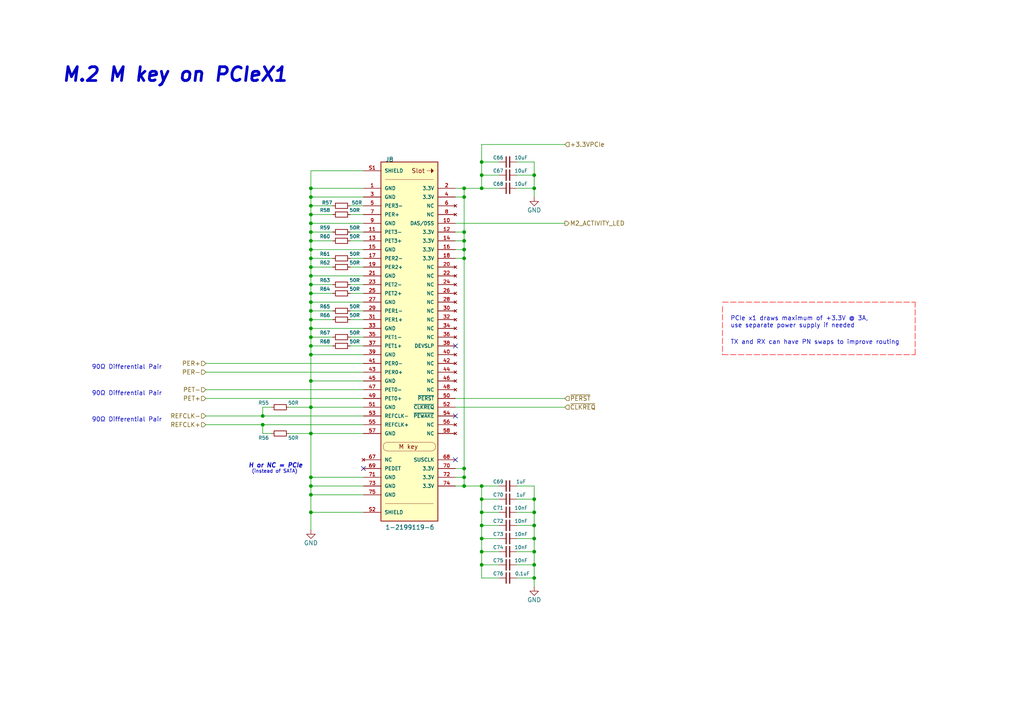
<source format=kicad_sch>
(kicad_sch (version 20211123) (generator eeschema)
  (paper "A4")
  (title_block (title "M.2 M key on PCIeX1") (date "2021-11-20") (rev "4") (company "Copyright © 2022 Christian Kuhtz") (comment 2 "CERN-OHL-W v2 or later"))
  (lib_symbols
    (symbol "Connector_M.2_TE:1-2199119-6" (pin_names (offset 1.016))
      (property "Reference" "J" (at -8.255 52.705 0))
      (property "Value" "1-2199119-6" (at -8.255 -54.61 0))
      (symbol "1-2199119-6_0_0"
        (rectangle (start -8.89 52.07) (end 7.62 -52.07) (stroke (width 0.254)) (fill (type background)))
        (text "M key" (at 1.905 -30.48 0) (effects (font (size 1.27 1.27)) (justify right)))
        (text "Slot" (at 1.905 49.53 0) (effects (font (size 1.27 1.27))))
        (pin power_in line (at -13.97 44.45 0) (length 5.08) (name "GND") (number "1"))
        (pin passive line (at 12.7 34.29 180) (length 5.08) (name "DAS/DSS") (number "10"))
        (pin passive line (at -13.97 31.75 0) (length 5.08) (name "PET3-") (number "11"))
        (pin power_in line (at 12.7 31.75 180) (length 5.08) (name "3.3V") (number "12"))
        (pin passive line (at -13.97 29.21 0) (length 5.08) (name "PET3+") (number "13"))
        (pin power_in line (at 12.7 29.21 180) (length 5.08) (name "3.3V") (number "14"))
        (pin power_in line (at -13.97 26.67 0) (length 5.08) (name "GND") (number "15"))
        (pin power_in line (at 12.7 26.67 180) (length 5.08) (name "3.3V") (number "16"))
        (pin passive line (at -13.97 24.13 0) (length 5.08) (name "PER2-") (number "17"))
        (pin power_in line (at 12.7 24.13 180) (length 5.08) (name "3.3V") (number "18"))
        (pin passive line (at -13.97 21.59 0) (length 5.08) (name "PER2+") (number "19"))
        (pin power_in line (at 12.7 44.45 180) (length 5.08) (name "3.3V") (number "2"))
        (pin no_connect line (at 12.7 21.59 180) (length 5.08) (name "NC") (number "20"))
        (pin power_in line (at -13.97 19.05 0) (length 5.08) (name "GND") (number "21"))
        (pin no_connect line (at 12.7 19.05 180) (length 5.08) (name "NC") (number "22"))
        (pin passive line (at -13.97 16.51 0) (length 5.08) (name "PET2-") (number "23"))
        (pin no_connect line (at 12.7 16.51 180) (length 5.08) (name "NC") (number "24"))
        (pin passive line (at -13.97 13.97 0) (length 5.08) (name "PET2+") (number "25"))
        (pin no_connect line (at 12.7 13.97 180) (length 5.08) (name "NC") (number "26"))
        (pin power_in line (at -13.97 11.43 0) (length 5.08) (name "GND") (number "27"))
        (pin no_connect line (at 12.7 11.43 180) (length 5.08) (name "NC") (number "28"))
        (pin passive line (at -13.97 8.89 0) (length 5.08) (name "PER1-") (number "29"))
        (pin power_in line (at -13.97 41.91 0) (length 5.08) (name "GND") (number "3"))
        (pin no_connect line (at 12.7 8.89 180) (length 5.08) (name "NC") (number "30"))
        (pin passive line (at -13.97 6.35 0) (length 5.08) (name "PER1+") (number "31"))
        (pin no_connect line (at 12.7 6.35 180) (length 5.08) (name "NC") (number "32"))
        (pin power_in line (at -13.97 3.81 0) (length 5.08) (name "GND") (number "33"))
        (pin no_connect line (at 12.7 3.81 180) (length 5.08) (name "NC") (number "34"))
        (pin passive line (at -13.97 1.27 0) (length 5.08) (name "PET1-") (number "35"))
        (pin no_connect line (at 12.7 1.27 180) (length 5.08) (name "NC") (number "36"))
        (pin passive line (at -13.97 -1.27 0) (length 5.08) (name "PET1+") (number "37"))
        (pin passive line (at 12.7 -1.27 180) (length 5.08) (name "DEVSLP") (number "38"))
        (pin power_in line (at -13.97 -3.81 0) (length 5.08) (name "GND") (number "39"))
        (pin power_in line (at 12.7 41.91 180) (length 5.08) (name "3.3V") (number "4"))
        (pin no_connect line (at 12.7 -3.81 180) (length 5.08) (name "NC") (number "40"))
        (pin passive line (at -13.97 -6.35 0) (length 5.08) (name "PER0-") (number "41"))
        (pin no_connect line (at 12.7 -6.35 180) (length 5.08) (name "NC") (number "42"))
        (pin passive line (at -13.97 -8.89 0) (length 5.08) (name "PER0+") (number "43"))
        (pin no_connect line (at 12.7 -8.89 180) (length 5.08) (name "NC") (number "44"))
        (pin power_in line (at -13.97 -11.43 0) (length 5.08) (name "GND") (number "45"))
        (pin no_connect line (at 12.7 -11.43 180) (length 5.08) (name "NC") (number "46"))
        (pin passive line (at -13.97 -13.97 0) (length 5.08) (name "PET0-") (number "47"))
        (pin no_connect line (at 12.7 -13.97 180) (length 5.08) (name "NC") (number "48"))
        (pin passive line (at -13.97 -16.51 0) (length 5.08) (name "PET0+") (number "49"))
        (pin passive line (at -13.97 39.37 0) (length 5.08) (name "PER3-") (number "5"))
        (pin passive line (at 12.7 -16.51 180) (length 5.08) (name "~{PERST}") (number "50"))
        (pin power_in line (at -13.97 -19.05 0) (length 5.08) (name "GND") (number "51"))
        (pin passive line (at 12.7 -19.05 180) (length 5.08) (name "~{CLKREQ}") (number "52"))
        (pin passive line (at -13.97 -21.59 0) (length 5.08) (name "REFCLK-") (number "53"))
        (pin passive line (at 12.7 -21.59 180) (length 5.08) (name "~{PEWAKE}") (number "54"))
        (pin passive line (at -13.97 -24.13 0) (length 5.08) (name "REFCLK+") (number "55"))
        (pin no_connect line (at 12.7 -24.13 180) (length 5.08) (name "NC") (number "56"))
        (pin power_in line (at -13.97 -26.67 0) (length 5.08) (name "GND") (number "57"))
        (pin no_connect line (at 12.7 -26.67 180) (length 5.08) (name "NC") (number "58"))
        (pin no_connect line (at 12.7 39.37 180) (length 5.08) (name "NC") (number "6"))
        (pin no_connect line (at -13.97 -34.29 0) (length 5.08) (name "NC") (number "67"))
        (pin passive line (at 12.7 -34.29 180) (length 5.08) (name "SUSCLK") (number "68"))
        (pin passive line (at -13.97 -36.83 0) (length 5.08) (name "PEDET") (number "69"))
        (pin passive line (at -13.97 36.83 0) (length 5.08) (name "PER+") (number "7"))
        (pin power_in line (at 12.7 -36.83 180) (length 5.08) (name "3.3V") (number "70"))
        (pin power_in line (at -13.97 -39.37 0) (length 5.08) (name "GND") (number "71"))
        (pin power_in line (at 12.7 -39.37 180) (length 5.08) (name "3.3V") (number "72"))
        (pin power_in line (at -13.97 -41.91 0) (length 5.08) (name "GND") (number "73"))
        (pin power_in line (at 12.7 -41.91 180) (length 5.08) (name "3.3V") (number "74"))
        (pin power_in line (at -13.97 -44.45 0) (length 5.08) (name "GND") (number "75"))
        (pin no_connect line (at 12.7 36.83 180) (length 5.08) (name "NC") (number "8"))
        (pin power_in line (at -13.97 34.29 0) (length 5.08) (name "GND") (number "9"))
        (pin power_in line (at -13.97 49.53 0) (length 5.08) (name "SHIELD") (number "S1"))
        (pin power_in line (at -13.97 -49.53 0) (length 5.08) (name "SHIELD") (number "S2"))
      )
      (symbol "1-2199119-6_0_1"
        (arc (start -8.255 -30.48) (mid -7.8825 -31.3775) (end -6.985 -31.75) (stroke (width 0.0006)))
        (arc (start -6.985 -29.21) (mid -7.882 -29.583) (end -8.255 -30.48) (stroke (width 0.0006)))
        (polyline (pts (xy -7.62 -46.99) (xy 6.35 -46.99)) (stroke (width 0.0006)))
        (polyline (pts (xy -7.62 46.99) (xy 6.35 46.99)) (stroke (width 0.0006)))
        (polyline (pts (xy 4.445 49.53) (xy 5.715 49.53)) (stroke (width 0.1)))
        (polyline (pts (xy 5.715 -31.75) (xy -6.985 -31.75)) (stroke (width 0.0006)))
        (polyline (pts (xy 5.715 -29.21) (xy -6.985 -29.21)) (stroke (width 0.0006)))
        (polyline (pts (xy 6.35 49.53) (xy 5.715 50.165) (xy 5.715 48.895) (xy 6.35 49.53)) (stroke (width 0.1)) (fill (type outline)))
        (arc (start 5.7154 -31.7504) (mid 6.6133 -31.3783) (end 6.9854 -30.4804) (stroke (width 0.0006)))
        (arc (start 6.9853 -30.4797) (mid 6.6132 -29.5818) (end 5.7153 -29.2097) (stroke (width 0.0006)))
      )
    )
    (symbol "Device:C_Small" (pin_numbers hide) (pin_names (offset 0.254) hide)
      (property "Reference" "C" (at 0.254 1.778 0))
      (property "Value" "C_Small" (at 0.254 -2.032 0))
      (symbol "C_Small_0_1"
        (polyline (pts (xy -1.524 -0.508) (xy 1.524 -0.508)) (stroke (width 0.3302)))
        (polyline (pts (xy -1.524 0.508) (xy 1.524 0.508)) (stroke (width 0.3048)))
      )
      (symbol "C_Small_1_1"
        (pin passive line (at 0 2.54 270) (length 2.032) (name "~") (number "1"))
        (pin passive line (at 0 -2.54 90) (length 2.032) (name "~") (number "2"))
      )
    )
    (symbol "Device:R_Small" (pin_numbers hide) (pin_names (offset 0.254) hide)
      (property "Reference" "R" (at 0.762 0.508 0))
      (property "Value" "R_Small" (at 0.762 -1.016 0))
      (symbol "R_Small_0_1"
        (rectangle (start -0.762 1.778) (end 0.762 -1.778) (stroke (width 0.2032)))
      )
      (symbol "R_Small_1_1"
        (pin passive line (at 0 2.54 270) (length 0.762) (name "~") (number "1"))
        (pin passive line (at 0 -2.54 90) (length 0.762) (name "~") (number "2"))
      )
    )
    (symbol "power:GND" (power) (pin_names (offset 0))
      (property "Value" "GND" (at 0 -3.81 0))
      (symbol "GND_0_1"
        (polyline (pts (xy 0 0) (xy 0 -1.27) (xy 1.27 -1.27) (xy 0 -2.54) (xy -1.27 -1.27) (xy 0 -1.27)))
      )
      (symbol "GND_1_1"
        (pin power_in line (at 0 0 270) (length 0) hide (name "GND") (number "1"))
      )
    )
  )
  (junction (at 139.7 144.78) (diameter 0.9144))
  (junction (at 139.7 140.97) (diameter 0.9144))
  (junction (at 90.17 69.85) (diameter 0.9144))
  (junction (at 90.17 148.59) (diameter 0.9144))
  (junction (at 154.94 156.21) (diameter 0.9144))
  (junction (at 154.94 163.83) (diameter 0.9144))
  (junction (at 90.17 54.61) (diameter 0.9144))
  (junction (at 90.17 143.51) (diameter 0.9144))
  (junction (at 90.17 82.55) (diameter 0.9144))
  (junction (at 139.7 50.8) (diameter 0.9144))
  (junction (at 90.17 100.33) (diameter 0.9144))
  (junction (at 139.7 46.99) (diameter 0.9144))
  (junction (at 90.17 95.25) (diameter 0.9144))
  (junction (at 90.17 67.31) (diameter 0.9144))
  (junction (at 154.94 144.78) (diameter 0.9144))
  (junction (at 90.17 62.23) (diameter 0.9144))
  (junction (at 139.7 156.21) (diameter 0.9144))
  (junction (at 139.7 160.02) (diameter 0.9144))
  (junction (at 139.7 152.4) (diameter 0.9144))
  (junction (at 134.62 69.85) (diameter 0.9144))
  (junction (at 134.62 74.93) (diameter 0.9144))
  (junction (at 134.62 138.43) (diameter 0.9144))
  (junction (at 154.94 167.64) (diameter 0.9144))
  (junction (at 90.17 90.17) (diameter 0.9144))
  (junction (at 90.17 102.87) (diameter 0.9144))
  (junction (at 90.17 80.01) (diameter 0.9144))
  (junction (at 90.17 85.09) (diameter 0.9144))
  (junction (at 90.17 125.73) (diameter 0.9144))
  (junction (at 154.94 54.61) (diameter 0.9144))
  (junction (at 134.62 67.31) (diameter 0.9144))
  (junction (at 90.17 74.93) (diameter 0.9144))
  (junction (at 90.17 138.43) (diameter 0.9144))
  (junction (at 134.62 135.89) (diameter 0.9144))
  (junction (at 90.17 110.49) (diameter 0.9144))
  (junction (at 139.7 54.61) (diameter 0.9144))
  (junction (at 154.94 152.4) (diameter 0.9144))
  (junction (at 90.17 140.97) (diameter 0.9144))
  (junction (at 76.2 123.19) (diameter 0.9144))
  (junction (at 90.17 97.79) (diameter 0.9144))
  (junction (at 139.7 163.83) (diameter 0.9144))
  (junction (at 154.94 160.02) (diameter 0.9144))
  (junction (at 134.62 57.15) (diameter 0.9144))
  (junction (at 134.62 140.97) (diameter 0.9144))
  (junction (at 90.17 87.63) (diameter 0.9144))
  (junction (at 154.94 50.8) (diameter 0.9144))
  (junction (at 90.17 64.77) (diameter 0.9144))
  (junction (at 134.62 72.39) (diameter 0.9144))
  (junction (at 154.94 148.59) (diameter 0.9144))
  (junction (at 90.17 77.47) (diameter 0.9144))
  (junction (at 139.7 148.59) (diameter 0.9144))
  (junction (at 90.17 118.11) (diameter 0.9144))
  (junction (at 90.17 57.15) (diameter 0.9144))
  (junction (at 90.17 72.39) (diameter 0.9144))
  (junction (at 134.62 54.61) (diameter 0.9144))
  (junction (at 76.2 120.65) (diameter 0.9144))
  (junction (at 90.17 92.71) (diameter 0.9144))
  (junction (at 90.17 59.69) (diameter 0.9144))
  (no_connect (at 132.08 120.65))
  (no_connect (at 105.41 135.89))
  (no_connect (at 132.08 133.35))
  (no_connect (at 132.08 100.33))
  (wire (pts (xy 90.17 59.69) (xy 96.52 59.69)))
  (wire (pts (xy 90.17 138.43) (xy 105.41 138.43)))
  (wire (pts (xy 90.17 57.15) (xy 105.41 57.15)))
  (wire (pts (xy 134.62 135.89) (xy 134.62 138.43)))
  (wire (pts (xy 149.86 140.97) (xy 154.94 140.97)))
  (wire (pts (xy 59.69 105.41) (xy 105.41 105.41)))
  (wire (pts (xy 101.6 97.79) (xy 105.41 97.79)))
  (wire (pts (xy 90.17 97.79) (xy 96.52 97.79)))
  (wire (pts (xy 134.62 54.61) (xy 134.62 57.15)))
  (wire (pts (xy 101.6 77.47) (xy 105.41 77.47)))
  (wire (pts (xy 90.17 118.11) (xy 105.41 118.11)))
  (wire (pts (xy 90.17 77.47) (xy 96.52 77.47)))
  (wire (pts (xy 149.86 144.78) (xy 154.94 144.78)))
  (wire (pts (xy 134.62 72.39) (xy 134.62 74.93)))
  (wire (pts (xy 101.6 100.33) (xy 105.41 100.33)))
  (wire (pts (xy 144.78 148.59) (xy 139.7 148.59)))
  (wire (pts (xy 139.7 156.21) (xy 139.7 160.02)))
  (wire (pts (xy 144.78 140.97) (xy 139.7 140.97)))
  (wire (pts (xy 90.17 77.47) (xy 90.17 80.01)))
  (wire (pts (xy 101.6 82.55) (xy 105.41 82.55)))
  (wire (pts (xy 134.62 67.31) (xy 134.62 69.85)))
  (wire (pts (xy 90.17 67.31) (xy 96.52 67.31)))
  (wire (pts (xy 132.08 57.15) (xy 134.62 57.15)))
  (wire (pts (xy 132.08 74.93) (xy 134.62 74.93)))
  (wire (pts (xy 144.78 163.83) (xy 139.7 163.83)))
  (wire (pts (xy 90.17 87.63) (xy 105.41 87.63)))
  (wire (pts (xy 90.17 69.85) (xy 90.17 72.39)))
  (wire (pts (xy 90.17 80.01) (xy 90.17 82.55)))
  (wire (pts (xy 144.78 160.02) (xy 139.7 160.02)))
  (wire (pts (xy 139.7 41.91) (xy 163.83 41.91)))
  (wire (pts (xy 90.17 49.53) (xy 90.17 54.61)))
  (wire (pts (xy 154.94 167.64) (xy 154.94 170.18)))
  (wire (pts (xy 90.17 102.87) (xy 105.41 102.87)))
  (wire (pts (xy 154.94 160.02) (xy 154.94 163.83)))
  (polyline (pts (xy 209.55 88.9) (xy 209.55 102.87)) (stroke (width 0.1524) (type dash) (color 255 0 0 1)))
  (wire (pts (xy 139.7 160.02) (xy 139.7 163.83)))
  (wire (pts (xy 90.17 143.51) (xy 90.17 148.59)))
  (wire (pts (xy 139.7 144.78) (xy 139.7 148.59)))
  (wire (pts (xy 132.08 115.57) (xy 163.83 115.57)))
  (wire (pts (xy 90.17 92.71) (xy 90.17 90.17)))
  (wire (pts (xy 90.17 125.73) (xy 90.17 138.43)))
  (wire (pts (xy 154.94 156.21) (xy 154.94 160.02)))
  (wire (pts (xy 144.78 156.21) (xy 139.7 156.21)))
  (wire (pts (xy 154.94 152.4) (xy 154.94 156.21)))
  (wire (pts (xy 101.6 90.17) (xy 105.41 90.17)))
  (wire (pts (xy 144.78 54.61) (xy 139.7 54.61)))
  (wire (pts (xy 90.17 80.01) (xy 105.41 80.01)))
  (wire (pts (xy 101.6 59.69) (xy 105.41 59.69)))
  (wire (pts (xy 90.17 148.59) (xy 90.17 153.67)))
  (wire (pts (xy 90.17 82.55) (xy 96.52 82.55)))
  (wire (pts (xy 59.69 107.95) (xy 105.41 107.95)))
  (wire (pts (xy 90.17 140.97) (xy 90.17 143.51)))
  (wire (pts (xy 90.17 140.97) (xy 90.17 138.43)))
  (wire (pts (xy 154.94 50.8) (xy 154.94 54.61)))
  (wire (pts (xy 132.08 69.85) (xy 134.62 69.85)))
  (wire (pts (xy 90.17 92.71) (xy 96.52 92.71)))
  (wire (pts (xy 134.62 57.15) (xy 134.62 67.31)))
  (polyline (pts (xy 265.43 102.87) (xy 265.43 87.63)) (stroke (width 0.1524) (type dash) (color 255 0 0 1)))
  (wire (pts (xy 90.17 90.17) (xy 96.52 90.17)))
  (wire (pts (xy 78.74 118.11) (xy 76.2 118.11)))
  (wire (pts (xy 132.08 54.61) (xy 134.62 54.61)))
  (wire (pts (xy 132.08 138.43) (xy 134.62 138.43)))
  (wire (pts (xy 149.86 160.02) (xy 154.94 160.02)))
  (wire (pts (xy 139.7 140.97) (xy 139.7 144.78)))
  (wire (pts (xy 90.17 64.77) (xy 105.41 64.77)))
  (wire (pts (xy 59.69 113.03) (xy 105.41 113.03)))
  (wire (pts (xy 154.94 54.61) (xy 154.94 57.15)))
  (wire (pts (xy 90.17 54.61) (xy 105.41 54.61)))
  (wire (pts (xy 101.6 74.93) (xy 105.41 74.93)))
  (wire (pts (xy 139.7 54.61) (xy 139.7 50.8)))
  (wire (pts (xy 76.2 123.19) (xy 105.41 123.19)))
  (wire (pts (xy 132.08 140.97) (xy 134.62 140.97)))
  (wire (pts (xy 144.78 167.64) (xy 139.7 167.64)))
  (wire (pts (xy 90.17 62.23) (xy 96.52 62.23)))
  (wire (pts (xy 90.17 57.15) (xy 90.17 59.69)))
  (wire (pts (xy 90.17 110.49) (xy 105.41 110.49)))
  (wire (pts (xy 76.2 125.73) (xy 76.2 123.19)))
  (wire (pts (xy 134.62 138.43) (xy 134.62 140.97)))
  (wire (pts (xy 149.86 163.83) (xy 154.94 163.83)))
  (wire (pts (xy 90.17 69.85) (xy 96.52 69.85)))
  (wire (pts (xy 90.17 148.59) (xy 105.41 148.59)))
  (wire (pts (xy 139.7 163.83) (xy 139.7 167.64)))
  (wire (pts (xy 90.17 49.53) (xy 105.41 49.53)))
  (wire (pts (xy 90.17 102.87) (xy 90.17 100.33)))
  (wire (pts (xy 90.17 87.63) (xy 90.17 85.09)))
  (wire (pts (xy 90.17 74.93) (xy 90.17 77.47)))
  (wire (pts (xy 90.17 59.69) (xy 90.17 62.23)))
  (wire (pts (xy 90.17 74.93) (xy 96.52 74.93)))
  (wire (pts (xy 132.08 64.77) (xy 163.83 64.77)))
  (wire (pts (xy 149.86 54.61) (xy 154.94 54.61)))
  (wire (pts (xy 83.82 118.11) (xy 90.17 118.11)))
  (polyline (pts (xy 209.55 87.63) (xy 265.43 87.63)) (stroke (width 0.1524) (type dash) (color 255 0 0 1)))
  (wire (pts (xy 76.2 118.11) (xy 76.2 120.65)))
  (wire (pts (xy 90.17 95.25) (xy 90.17 92.71)))
  (wire (pts (xy 90.17 95.25) (xy 105.41 95.25)))
  (wire (pts (xy 154.94 140.97) (xy 154.94 144.78)))
  (wire (pts (xy 144.78 50.8) (xy 139.7 50.8)))
  (wire (pts (xy 90.17 100.33) (xy 90.17 97.79)))
  (wire (pts (xy 90.17 100.33) (xy 96.52 100.33)))
  (wire (pts (xy 90.17 62.23) (xy 90.17 64.77)))
  (wire (pts (xy 90.17 140.97) (xy 105.41 140.97)))
  (wire (pts (xy 154.94 46.99) (xy 154.94 50.8)))
  (wire (pts (xy 101.6 69.85) (xy 105.41 69.85)))
  (wire (pts (xy 76.2 120.65) (xy 105.41 120.65)))
  (wire (pts (xy 154.94 144.78) (xy 154.94 148.59)))
  (wire (pts (xy 90.17 118.11) (xy 90.17 125.73)))
  (wire (pts (xy 154.94 163.83) (xy 154.94 167.64)))
  (wire (pts (xy 90.17 64.77) (xy 90.17 67.31)))
  (wire (pts (xy 90.17 54.61) (xy 90.17 57.15)))
  (wire (pts (xy 101.6 62.23) (xy 105.41 62.23)))
  (wire (pts (xy 139.7 152.4) (xy 139.7 156.21)))
  (wire (pts (xy 90.17 125.73) (xy 105.41 125.73)))
  (wire (pts (xy 132.08 118.11) (xy 163.83 118.11)))
  (wire (pts (xy 134.62 74.93) (xy 134.62 135.89)))
  (wire (pts (xy 90.17 72.39) (xy 90.17 74.93)))
  (wire (pts (xy 78.74 125.73) (xy 76.2 125.73)))
  (wire (pts (xy 134.62 54.61) (xy 139.7 54.61)))
  (wire (pts (xy 139.7 50.8) (xy 139.7 46.99)))
  (wire (pts (xy 132.08 72.39) (xy 134.62 72.39)))
  (wire (pts (xy 83.82 125.73) (xy 90.17 125.73)))
  (wire (pts (xy 144.78 144.78) (xy 139.7 144.78)))
  (polyline (pts (xy 209.55 102.87) (xy 265.43 102.87)) (stroke (width 0.1524) (type dash) (color 255 0 0 1)))
  (wire (pts (xy 101.6 85.09) (xy 105.41 85.09)))
  (wire (pts (xy 149.86 148.59) (xy 154.94 148.59)))
  (wire (pts (xy 144.78 152.4) (xy 139.7 152.4)))
  (wire (pts (xy 149.86 156.21) (xy 154.94 156.21)))
  (wire (pts (xy 59.69 123.19) (xy 76.2 123.19)))
  (wire (pts (xy 132.08 67.31) (xy 134.62 67.31)))
  (wire (pts (xy 90.17 90.17) (xy 90.17 87.63)))
  (wire (pts (xy 149.86 50.8) (xy 154.94 50.8)))
  (wire (pts (xy 149.86 152.4) (xy 154.94 152.4)))
  (wire (pts (xy 90.17 102.87) (xy 90.17 110.49)))
  (wire (pts (xy 134.62 69.85) (xy 134.62 72.39)))
  (wire (pts (xy 90.17 110.49) (xy 90.17 118.11)))
  (wire (pts (xy 144.78 46.99) (xy 139.7 46.99)))
  (wire (pts (xy 90.17 72.39) (xy 105.41 72.39)))
  (wire (pts (xy 101.6 67.31) (xy 105.41 67.31)))
  (wire (pts (xy 149.86 167.64) (xy 154.94 167.64)))
  (wire (pts (xy 90.17 97.79) (xy 90.17 95.25)))
  (wire (pts (xy 101.6 92.71) (xy 105.41 92.71)))
  (wire (pts (xy 139.7 148.59) (xy 139.7 152.4)))
  (wire (pts (xy 149.86 46.99) (xy 154.94 46.99)))
  (wire (pts (xy 59.69 120.65) (xy 76.2 120.65)))
  (wire (pts (xy 139.7 41.91) (xy 139.7 46.99)))
  (wire (pts (xy 59.69 115.57) (xy 105.41 115.57)))
  (wire (pts (xy 132.08 135.89) (xy 134.62 135.89)))
  (wire (pts (xy 90.17 67.31) (xy 90.17 69.85)))
  (wire (pts (xy 134.62 140.97) (xy 139.7 140.97)))
  (wire (pts (xy 90.17 85.09) (xy 90.17 82.55)))
  (wire (pts (xy 90.17 143.51) (xy 105.41 143.51)))
  (wire (pts (xy 90.17 85.09) (xy 96.52 85.09)))
  (wire (pts (xy 154.94 148.59) (xy 154.94 152.4)))
  (text "90Ω Differential Pair" (at 46.99 107.315 180) (effects (font (size 1.27 1.27)) (justify right bottom)))
  (text "H or NC = PCIe" (at 87.884 135.89 180) (effects (font (size 1.27 1.27) (thickness 0.254) bold italic) (justify right bottom)))
  (text "90Ω Differential Pair" (at 46.99 122.555 180) (effects (font (size 1.27 1.27)) (justify right bottom)))
  (text "M.2 M key on PCIeX1" (at 17.78 24.13 0) (effects (font (size 4 4) (thickness 0.8) bold italic) (justify left bottom)))
  (text "90Ω Differential Pair" (at 46.99 114.935 180) (effects (font (size 1.27 1.27)) (justify right bottom)))
  (text "TX and RX can have PN swaps to improve routing\n" (at 211.836 100.076 0) (effects (font (size 1.27 1.27)) (justify left bottom)))
  (text "PCIe x1 draws maximum of +3.3V @ 3A, \nuse separate power supply if needed" (at 211.836 95.25 0) (effects (font (size 1.27 1.27)) (justify left bottom)))
  (text "(instead of SATA)" (at 86.36 137.414 180) (effects (font (size 1 1)) (justify right bottom)))
  (hierarchical_label "+3.3VPCIe" (shape input) (at 163.83 41.91 0))
  (hierarchical_label "M2_ACTIVITY_LED" (shape output) (at 163.83 64.77 0))
  (hierarchical_label "PET+" (shape input) (at 59.69 115.57 180))
  (hierarchical_label "REFCLK-" (shape input) (at 59.69 120.65 180))
  (hierarchical_label "PER+" (shape input) (at 59.69 105.41 180))
  (hierarchical_label "REFCLK+" (shape input) (at 59.69 123.19 180))
  (hierarchical_label "~{CLKREQ}" (shape input) (at 163.83 118.11 0))
  (hierarchical_label "~{PERST}" (shape input) (at 163.83 115.57 0))
  (hierarchical_label "PET-" (shape input) (at 59.69 113.03 180))
  (hierarchical_label "PER-" (shape input) (at 59.69 107.95 180))
  (symbol (lib_id "Device:R_Small") (at 81.28 118.11 90) (unit 1)
    (property "Reference" "R55" (at 74.93 116.84 90) (effects (font (size 1 1)) (justify right)))
    (property "Value" "50R" (at 85.09 116.84 90) (effects (font (size 1 1))))
    (property "Footprint" "Resistor_SMD:R_0402_1005Metric" (effects hide))
  )
  (symbol (lib_id "Device:R_Small") (at 99.06 77.47 90) (unit 1)
    (property "Reference" "R62" (at 92.71 76.2 90) (effects (font (size 1 1)) (justify right)))
    (property "Value" "50R" (at 102.87 76.2 90) (effects (font (size 1 1))))
    (property "Footprint" "Resistor_SMD:R_0402_1005Metric" (effects hide))
  )
  (symbol (lib_id "Device:C_Small") (at 147.32 54.61 90) (unit 1)
    (property "Reference" "C68" (at 146.05 53.34 90) (effects (font (size 1 1)) (justify left)))
    (property "Value" "10uF" (at 151.13 53.34 90) (effects (font (size 1 1))))
    (property "Footprint" "Capacitor_SMD:C_0402_1005Metric" (effects hide))
  )
  (symbol (lib_id "Device:R_Small") (at 99.06 82.55 90) (unit 1)
    (property "Reference" "R63" (at 92.71 81.28 90) (effects (font (size 1 1)) (justify right)))
    (property "Value" "50R" (at 102.87 81.28 90) (effects (font (size 1 1))))
    (property "Footprint" "Resistor_SMD:R_0402_1005Metric" (effects hide))
  )
  (symbol (lib_id "Device:C_Small") (at 147.32 167.64 90) (unit 1)
    (property "Reference" "C76" (at 146.05 166.37 90) (effects (font (size 1 1)) (justify left)))
    (property "Value" "0.1uF" (at 153.67 166.37 90) (effects (font (size 1 1)) (justify left)))
    (property "Footprint" "Capacitor_SMD:C_0402_1005Metric" (effects hide))
  )
  (symbol (lib_id "Device:R_Small") (at 99.06 74.93 90) (unit 1)
    (property "Reference" "R61" (at 92.71 73.66 90) (effects (font (size 1 1)) (justify right)))
    (property "Value" "50R" (at 102.87 73.66 90) (effects (font (size 1 1))))
    (property "Footprint" "Resistor_SMD:R_0402_1005Metric" (effects hide))
  )
  (symbol (lib_id "Device:R_Small") (at 99.06 59.69 90) (unit 1)
    (property "Reference" "R57" (at 93.345 58.801 90) (effects (font (size 1 1)) (justify right)))
    (property "Value" "50R" (at 103.505 58.801 90) (effects (font (size 1 1))))
    (property "Footprint" "Resistor_SMD:R_0402_1005Metric" (effects hide))
  )
  (symbol (lib_id "Device:R_Small") (at 99.06 67.31 90) (unit 1)
    (property "Reference" "R59" (at 92.71 66.04 90) (effects (font (size 1 1)) (justify right)))
    (property "Value" "50R" (at 102.87 66.04 90) (effects (font (size 1 1))))
    (property "Footprint" "Resistor_SMD:R_0402_1005Metric" (effects hide))
  )
  (symbol (lib_id "Device:C_Small") (at 147.32 152.4 90) (unit 1)
    (property "Reference" "C72" (at 146.05 151.13 90) (effects (font (size 1 1)) (justify left)))
    (property "Value" "10nF" (at 151.13 151.13 90) (effects (font (size 1 1))))
    (property "Footprint" "Capacitor_SMD:C_0402_1005Metric" (effects hide))
  )
  (symbol (lib_id "Device:C_Small") (at 147.32 144.78 90) (unit 1)
    (property "Reference" "C70" (at 146.05 143.51 90) (effects (font (size 1 1)) (justify left)))
    (property "Value" "1uF" (at 151.13 143.51 90) (effects (font (size 1 1))))
    (property "Footprint" "Capacitor_SMD:C_0402_1005Metric" (effects hide))
  )
  (symbol (lib_id "Device:C_Small") (at 147.32 140.97 90) (unit 1)
    (property "Reference" "C69" (at 146.05 139.7 90) (effects (font (size 1 1)) (justify left)))
    (property "Value" "1uF" (at 151.13 139.7 90) (effects (font (size 1 1))))
    (property "Footprint" "Capacitor_SMD:C_0402_1005Metric" (effects hide))
  )
  (symbol (lib_id "Device:R_Small") (at 99.06 97.79 90) (unit 1)
    (property "Reference" "R67" (at 92.71 96.52 90) (effects (font (size 1 1)) (justify right)))
    (property "Value" "50R" (at 102.87 96.52 90) (effects (font (size 1 1))))
    (property "Footprint" "Resistor_SMD:R_0402_1005Metric" (effects hide))
  )
  (symbol (lib_id "Device:C_Small") (at 147.32 148.59 90) (unit 1)
    (property "Reference" "C71" (at 146.05 147.32 90) (effects (font (size 1 1)) (justify left)))
    (property "Value" "10nF" (at 151.13 147.32 90) (effects (font (size 1 1))))
    (property "Footprint" "Capacitor_SMD:C_0402_1005Metric" (effects hide))
  )
  (symbol (lib_id "Device:C_Small") (at 147.32 46.99 90) (unit 1)
    (property "Reference" "C66" (at 146.05 45.72 90) (effects (font (size 1 1)) (justify left)))
    (property "Value" "10uF" (at 151.13 45.72 90) (effects (font (size 1 1))))
    (property "Footprint" "Capacitor_SMD:C_0402_1005Metric" (effects hide))
  )
  (symbol (lib_id "power:GND") (at 90.17 153.67 0) (unit 1)
    (property "Reference" "#PWR055" (effects hide))
    (property "Value" "GND" (at 90.17 157.48 0))
  )
  (symbol (lib_id "power:GND") (at 154.94 170.18 0) (unit 1)
    (property "Reference" "#PWR057" (effects hide))
    (property "Value" "GND" (at 154.94 173.99 0))
  )
  (symbol (lib_id "Device:R_Small") (at 99.06 69.85 90) (unit 1)
    (property "Reference" "R60" (at 92.71 68.58 90) (effects (font (size 1 1)) (justify right)))
    (property "Value" "50R" (at 102.87 68.58 90) (effects (font (size 1 1))))
    (property "Footprint" "Resistor_SMD:R_0402_1005Metric" (effects hide))
  )
  (symbol (lib_id "Device:C_Small") (at 147.32 163.83 90) (unit 1)
    (property "Reference" "C75" (at 146.05 162.56 90) (effects (font (size 1 1)) (justify left)))
    (property "Value" "10nF" (at 151.13 162.56 90) (effects (font (size 1 1))))
    (property "Footprint" "Capacitor_SMD:C_0402_1005Metric" (effects hide))
  )
  (symbol (lib_id "Device:C_Small") (at 147.32 156.21 90) (unit 1)
    (property "Reference" "C73" (at 146.05 154.94 90) (effects (font (size 1 1)) (justify left)))
    (property "Value" "10nF" (at 151.13 154.94 90) (effects (font (size 1 1))))
    (property "Footprint" "Capacitor_SMD:C_0402_1005Metric" (effects hide))
  )
  (symbol (lib_id "Connector_M.2_TE:1-2199119-6") (at 119.38 99.06 0) (unit 1)
    (property "Reference" "J8" (at 111.76 46.99 0) (effects (justify left bottom)))
    (property "Value" "1-2199119-6" (at 111.76 153.67 0) (effects (justify left bottom)))
    (property "Footprint" "Connector_M.2_TE:1-2199119-6_2280_standoff_nooutline" (effects hide))
    (property "Comment" "1-2199119-6" (effects hide))
  )
  (symbol (lib_id "power:GND") (at 154.94 57.15 0) (unit 1)
    (property "Reference" "#PWR056" (effects hide))
    (property "Value" "GND" (at 154.94 60.96 0))
  )
  (symbol (lib_id "Device:R_Small") (at 99.06 90.17 90) (unit 1)
    (property "Reference" "R65" (at 92.71 88.9 90) (effects (font (size 1 1)) (justify right)))
    (property "Value" "50R" (at 102.87 88.9 90) (effects (font (size 1 1))))
    (property "Footprint" "Resistor_SMD:R_0402_1005Metric" (effects hide))
  )
  (symbol (lib_id "Device:R_Small") (at 99.06 62.23 90) (unit 1)
    (property "Reference" "R58" (at 92.71 60.96 90) (effects (font (size 1 1)) (justify right)))
    (property "Value" "50R" (at 102.87 60.96 90) (effects (font (size 1 1))))
    (property "Footprint" "Resistor_SMD:R_0402_1005Metric" (effects hide))
  )
  (symbol (lib_id "Device:C_Small") (at 147.32 50.8 90) (unit 1)
    (property "Reference" "C67" (at 146.05 49.53 90) (effects (font (size 1 1)) (justify left)))
    (property "Value" "10uF" (at 151.13 49.53 90) (effects (font (size 1 1))))
    (property "Footprint" "Capacitor_SMD:C_0402_1005Metric" (effects hide))
  )
  (symbol (lib_id "Device:R_Small") (at 81.28 125.73 90) (unit 1)
    (property "Reference" "R56" (at 74.93 127 90) (effects (font (size 1 1)) (justify right)))
    (property "Value" "50R" (at 85.09 127 90) (effects (font (size 1 1))))
    (property "Footprint" "Resistor_SMD:R_0402_1005Metric" (effects hide))
  )
  (symbol (lib_id "Device:R_Small") (at 99.06 100.33 90) (unit 1)
    (property "Reference" "R68" (at 92.71 99.06 90) (effects (font (size 1 1)) (justify right)))
    (property "Value" "50R" (at 102.87 99.06 90) (effects (font (size 1 1))))
    (property "Footprint" "Resistor_SMD:R_0402_1005Metric" (effects hide))
  )
  (symbol (lib_id "Device:C_Small") (at 147.32 160.02 90) (unit 1)
    (property "Reference" "C74" (at 146.05 158.75 90) (effects (font (size 1 1)) (justify left)))
    (property "Value" "10nF" (at 151.13 158.75 90) (effects (font (size 1 1))))
    (property "Footprint" "Capacitor_SMD:C_0402_1005Metric" (effects hide))
  )
  (symbol (lib_id "Device:R_Small") (at 99.06 85.09 90) (unit 1)
    (property "Reference" "R64" (at 92.71 83.82 90) (effects (font (size 1 1)) (justify right)))
    (property "Value" "50R" (at 102.87 83.82 90) (effects (font (size 1 1))))
    (property "Footprint" "Resistor_SMD:R_0402_1005Metric" (effects hide))
  )
  (symbol (lib_id "Device:R_Small") (at 99.06 92.71 90) (unit 1)
    (property "Reference" "R66" (at 92.71 91.44 90) (effects (font (size 1 1)) (justify right)))
    (property "Value" "50R" (at 102.87 91.44 90) (effects (font (size 1 1))))
    (property "Footprint" "Resistor_SMD:R_0402_1005Metric" (effects hide))
  )
)
</source>
